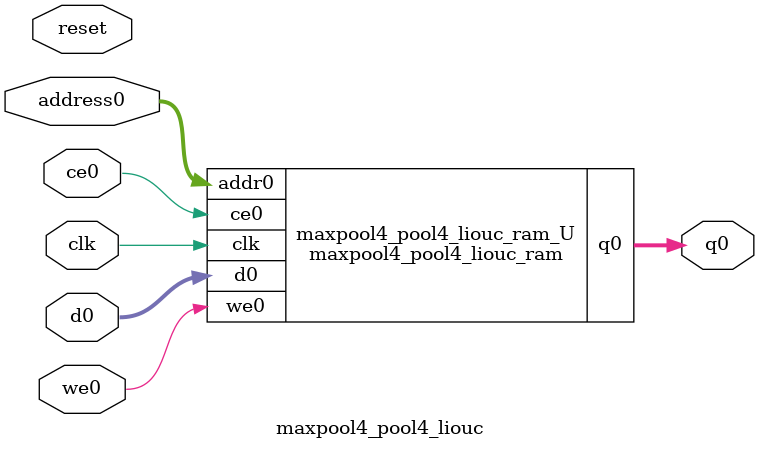
<source format=v>
`timescale 1 ns / 1 ps
module maxpool4_pool4_liouc_ram (addr0, ce0, d0, we0, q0,  clk);

parameter DWIDTH = 5;
parameter AWIDTH = 13;
parameter MEM_SIZE = 5120;

input[AWIDTH-1:0] addr0;
input ce0;
input[DWIDTH-1:0] d0;
input we0;
output reg[DWIDTH-1:0] q0;
input clk;

(* ram_style = "block" *)reg [DWIDTH-1:0] ram[0:MEM_SIZE-1];




always @(posedge clk)  
begin 
    if (ce0) begin
        if (we0) 
            ram[addr0] <= d0; 
        q0 <= ram[addr0];
    end
end


endmodule

`timescale 1 ns / 1 ps
module maxpool4_pool4_liouc(
    reset,
    clk,
    address0,
    ce0,
    we0,
    d0,
    q0);

parameter DataWidth = 32'd5;
parameter AddressRange = 32'd5120;
parameter AddressWidth = 32'd13;
input reset;
input clk;
input[AddressWidth - 1:0] address0;
input ce0;
input we0;
input[DataWidth - 1:0] d0;
output[DataWidth - 1:0] q0;



maxpool4_pool4_liouc_ram maxpool4_pool4_liouc_ram_U(
    .clk( clk ),
    .addr0( address0 ),
    .ce0( ce0 ),
    .we0( we0 ),
    .d0( d0 ),
    .q0( q0 ));

endmodule


</source>
